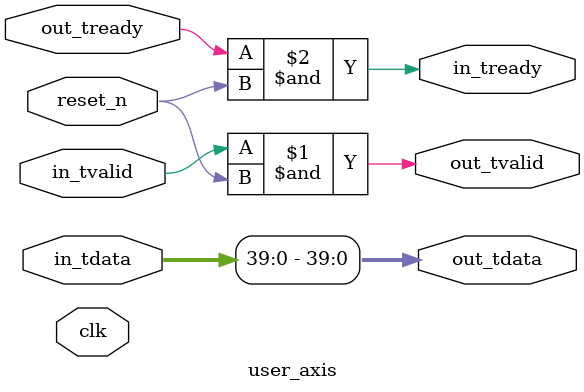
<source format=sv>

`default_nettype none 

module user_axis
# (
  parameter                 n = 5,          //! Number of bytes
  parameter                 nb = n * 8      //! Number of bits
)
(
  input  wire               clk,            //! clok
  input  wire               reset_n,        //! 0 - reset

  input  wire [nb*2 - 1:0]  in_tdata,       //! input data
  input  wire               in_tvalid,      //! 1 - input data is valid
  output wire               in_tready,      //! 1 - ready for get data

  output wire [nb - 1:0]    out_tdata,      //! output data
  output wire               out_tvalid,     //! 1 - output data is valid
  input  wire               out_tready      //! 1 - ready for get data
);

assign out_tdata    = in_tdata;
assign out_tvalid   = in_tvalid  & reset_n;
assign in_tready    = out_tready & reset_n;

endmodule

`default_nettype wire
</source>
